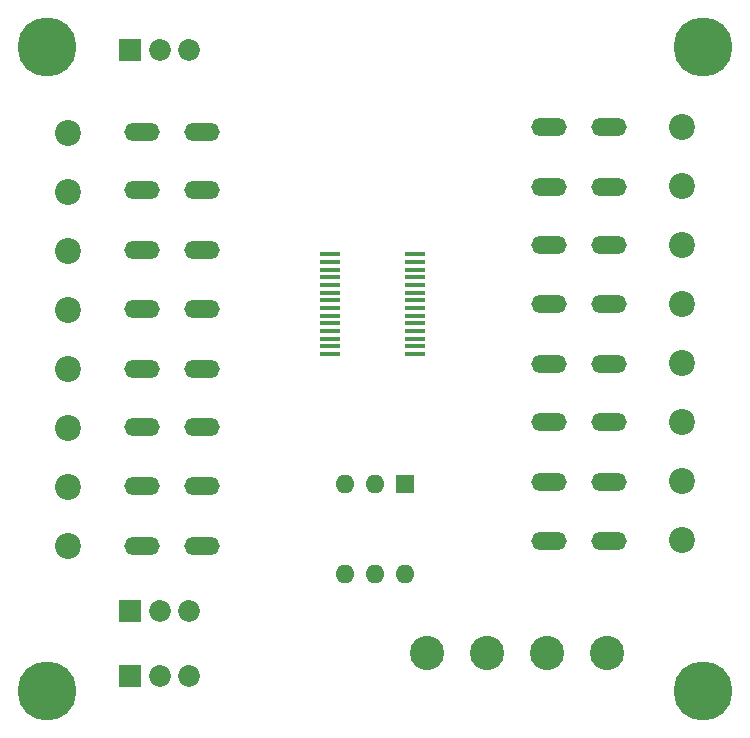
<source format=gbr>
G04 #@! TF.FileFunction,Soldermask,Top*
%FSLAX46Y46*%
G04 Gerber Fmt 4.6, Leading zero omitted, Abs format (unit mm)*
G04 Created by KiCad (PCBNEW 4.0.4-stable) date Wednesday, 26 April 2017 'PMt' 10:40:54 PM*
%MOMM*%
%LPD*%
G01*
G04 APERTURE LIST*
%ADD10C,0.100000*%
%ADD11C,5.000000*%
%ADD12C,2.200000*%
%ADD13R,1.750000X0.450000*%
%ADD14R,1.600000X1.600000*%
%ADD15O,1.600000X1.600000*%
%ADD16R,1.850000X1.850000*%
%ADD17C,1.850000*%
%ADD18O,2.999740X1.501140*%
%ADD19C,2.900000*%
G04 APERTURE END LIST*
D10*
D11*
X98750000Y-116750000D03*
X43250000Y-116750000D03*
X43250000Y-62250000D03*
D12*
X45000000Y-104500000D03*
X45000000Y-99500000D03*
X45000000Y-94500000D03*
X45000000Y-89500000D03*
X45000000Y-84500000D03*
X45000000Y-79500000D03*
X45000000Y-74500000D03*
X45000000Y-69500000D03*
X97000000Y-104000000D03*
X97000000Y-99000000D03*
X97000000Y-94000000D03*
X97000000Y-89000000D03*
X97000000Y-84000000D03*
X97000000Y-79000000D03*
X97000000Y-74000000D03*
D13*
X67150000Y-79775000D03*
X67150000Y-80425000D03*
X67150000Y-81075000D03*
X67150000Y-81725000D03*
X67150000Y-82375000D03*
X67150000Y-83025000D03*
X67150000Y-83675000D03*
X67150000Y-84325000D03*
X67150000Y-84975000D03*
X67150000Y-85625000D03*
X67150000Y-86275000D03*
X67150000Y-86925000D03*
X67150000Y-87575000D03*
X67150000Y-88225000D03*
X74350000Y-88225000D03*
X74350000Y-87575000D03*
X74350000Y-86925000D03*
X74350000Y-86275000D03*
X74350000Y-85625000D03*
X74350000Y-84975000D03*
X74350000Y-84325000D03*
X74350000Y-83675000D03*
X74350000Y-83025000D03*
X74350000Y-82375000D03*
X74350000Y-81725000D03*
X74350000Y-81075000D03*
X74350000Y-80425000D03*
X74350000Y-79775000D03*
D14*
X73500000Y-99250000D03*
D15*
X68420000Y-106870000D03*
X70960000Y-99250000D03*
X70960000Y-106870000D03*
X68420000Y-99250000D03*
X73500000Y-106870000D03*
D16*
X50250000Y-110000000D03*
D17*
X52750000Y-110000000D03*
X55250000Y-110000000D03*
D18*
X90790000Y-104030000D03*
X85710000Y-104030000D03*
X90790000Y-99077000D03*
X85710000Y-99077000D03*
X90790000Y-93997000D03*
X85710000Y-93997000D03*
X90790000Y-89044000D03*
X85710000Y-89044000D03*
X90790000Y-83964000D03*
X85710000Y-83964000D03*
X90790000Y-79011000D03*
X85710000Y-79011000D03*
X90790000Y-74058000D03*
X85710000Y-74058000D03*
X90790000Y-68978000D03*
X85710000Y-68978000D03*
D16*
X50250000Y-115500000D03*
D17*
X52750000Y-115500000D03*
X55250000Y-115500000D03*
D16*
X50250000Y-62500000D03*
D17*
X52750000Y-62500000D03*
X55250000Y-62500000D03*
D19*
X75380000Y-113500000D03*
X80460000Y-113500000D03*
X85540000Y-113500000D03*
X90620000Y-113500000D03*
D18*
X51260000Y-69420000D03*
X56340000Y-69420000D03*
X51260000Y-74373000D03*
X56340000Y-74373000D03*
X51260000Y-79453000D03*
X56340000Y-79453000D03*
X51260000Y-84406000D03*
X56340000Y-84406000D03*
X51260000Y-89486000D03*
X56340000Y-89486000D03*
X51260000Y-94439000D03*
X56340000Y-94439000D03*
X51260000Y-99392000D03*
X56340000Y-99392000D03*
X51260000Y-104472000D03*
X56340000Y-104472000D03*
D12*
X97000000Y-69000000D03*
D11*
X98750000Y-62250000D03*
M02*

</source>
